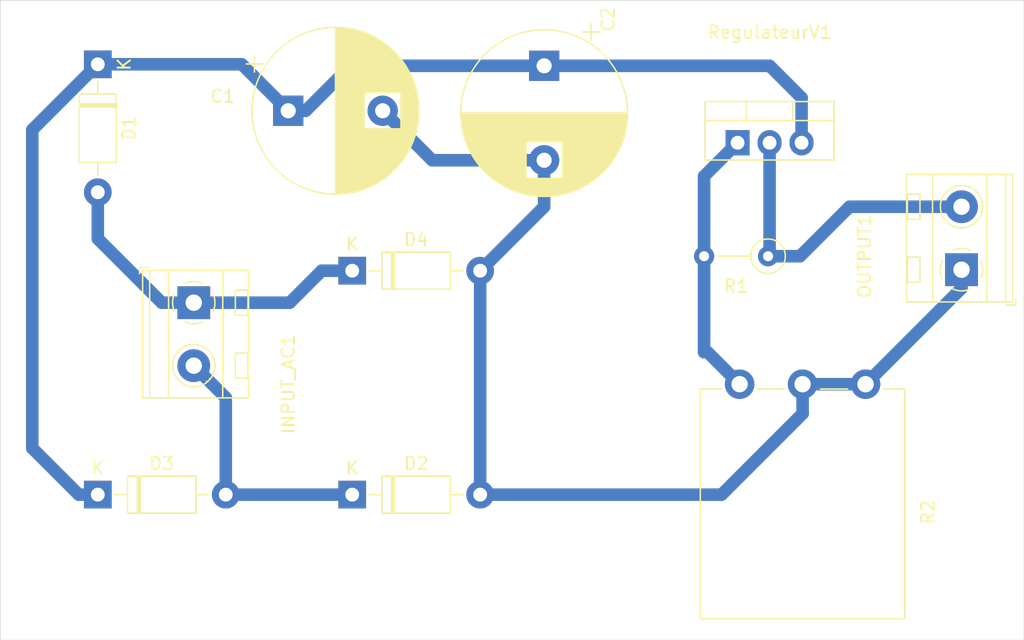
<source format=kicad_pcb>
(kicad_pcb (version 20240108) (generator "pcbnew") (generator_version "8.0")
  (layers (0 "F.Cu" signal) (31 "B.Cu" signal) (34 "B.Paste" user) (35 "F.Paste" user) (36 "B.SilkS" user "B.Silkscreen") (37 "F.SilkS" user "F.Silkscreen") (38 "B.Mask" user) (39 "F.Mask" user) (44 "Edge.Cuts" user))
  (net 0 "")
  (net 1 "Net-(D1-K)")
  (net 2 "GND")
  (net 3 "Net-(D1-A)")
  (net 4 "Net-(D2-K)")
  (net 5 "Net-(OUTPUT1-Pin_2)")
  (net 6 "Net-(RegulateurV1-ADJ)")
  (footprint "Capacitor_THT:CP_Radial_D13.0mm_P7.50mm" (layer "F.Cu") (at 38.1 24.01)
    (property "Reference" "C1" (at -5.2 -1.15 0) (layer "F.SilkS"))
    (property "Value" "1000μF")
    (pad "1" thru_hole rect (at 0 0) (size 2.4 2.4) (drill 1.2) (layers "*.Cu" "*.Mask") (net 1 "Net-(D1-K)"))
    (pad "2" thru_hole circle (at 7.5 0) (size 2.4 2.4) (drill 1.2) (layers "*.Cu" "*.Mask") (net 2 "GND"))
  )
  (footprint "Potentiometer_THT:Potentiometer_Piher_PC-16_Single_Vertical" (layer "F.Cu") (at 73.94 45.72 -90)
    (property "Reference" "R2" (at 10.16 -14.96 90) (layer "F.SilkS"))
    (property "Value" "570")
    (pad "1" thru_hole circle (at 0 0 270) (size 2.34 2.34) (drill 1.3) (layers "*.Cu" "*.Mask") (net 6 "Net-(RegulateurV1-ADJ)"))
    (pad "2" thru_hole circle (at 0 -5 270) (size 2.34 2.34) (drill 1.3) (layers "*.Cu" "*.Mask") (net 2 "GND"))
    (pad "3" thru_hole circle (at 0 -10 270) (size 2.34 2.34) (drill 1.3) (layers "*.Cu" "*.Mask") (net 2 "GND"))
  )
  (footprint "Diode_THT:D_DO-41_SOD81_P10.16mm_Horizontal" (layer "F.Cu") (at 43.18 36.71)
    (property "Reference" "D4" (at 5.08 -2.47 0) (layer "F.SilkS"))
    (property "Value" "1N4001")
    (fp_text user "K" (at 0 -2.1 0) (layer "F.SilkS"))
    (pad "1" thru_hole rect (at 0 0) (size 2.2 2.2) (drill 1.1) (layers "*.Cu" "*.Mask") (net 3 "Net-(D1-A)"))
    (pad "2" thru_hole oval (at 10.16 0) (size 2.2 2.2) (drill 1.1) (layers "*.Cu" "*.Mask") (net 2 "GND"))
  )
  (footprint "TerminalBlock_MetzConnect:TerminalBlock_MetzConnect_Type094_RT03502HBLU_1x02_P5.00mm_Horizontal" (layer "F.Cu") (at 91.56 36.63 90)
    (property "Reference" "OUTPUT1" (at 1.07 -7.7 90) (layer "F.SilkS"))
    (property "Value" "OUT_DC")
    (pad "1" thru_hole rect (at 0 0 90) (size 2.6 2.6) (drill 1.3) (layers "*.Cu" "*.Mask") (net 2 "GND"))
    (pad "2" thru_hole circle (at 5 0 90) (size 2.6 2.6) (drill 1.3) (layers "*.Cu" "*.Mask") (net 5 "Net-(OUTPUT1-Pin_2)"))
  )
  (footprint "Package_TO_SOT_THT:TO-220-3_Vertical" (layer "F.Cu") (at 73.78 26.55)
    (property "Reference" "RegulateurV1" (at 2.54 -8.77 0) (layer "F.SilkS"))
    (property "Value" "LM317_TO-220")
    (pad "1" thru_hole rect (at 0 0) (size 1.905 2) (drill 1.1) (layers "*.Cu" "*.Mask") (net 6 "Net-(RegulateurV1-ADJ)"))
    (pad "2" thru_hole oval (at 2.54 0) (size 1.905 2) (drill 1.1) (layers "*.Cu" "*.Mask") (net 5 "Net-(OUTPUT1-Pin_2)"))
    (pad "3" thru_hole oval (at 5.08 0) (size 1.905 2) (drill 1.1) (layers "*.Cu" "*.Mask") (net 1 "Net-(D1-K)"))
  )
  (footprint "Diode_THT:D_DO-41_SOD81_P10.16mm_Horizontal" (layer "F.Cu") (at 22.98 54.49)
    (property "Reference" "D3" (at 5.08 -2.47 0) (layer "F.SilkS"))
    (property "Value" "1N4001")
    (fp_text user "K" (at 0 -2.1 0) (layer "F.SilkS"))
    (pad "1" thru_hole rect (at 0 0) (size 2.2 2.2) (drill 1.1) (layers "*.Cu" "*.Mask") (net 1 "Net-(D1-K)"))
    (pad "2" thru_hole oval (at 10.16 0) (size 2.2 2.2) (drill 1.1) (layers "*.Cu" "*.Mask") (net 4 "Net-(D2-K)"))
  )
  (footprint "Capacitor_THT:CP_Radial_D13.0mm_P7.50mm" (layer "F.Cu") (at 58.42 20.44 -90)
    (property "Reference" "C2" (at -3.69 -5.08 90) (layer "F.SilkS"))
    (property "Value" "1000μF")
    (pad "1" thru_hole rect (at 0 0 270) (size 2.4 2.4) (drill 1.2) (layers "*.Cu" "*.Mask") (net 1 "Net-(D1-K)"))
    (pad "2" thru_hole circle (at 7.5 0 270) (size 2.4 2.4) (drill 1.2) (layers "*.Cu" "*.Mask") (net 2 "GND"))
  )
  (footprint "Diode_THT:D_DO-41_SOD81_P10.16mm_Horizontal" (layer "F.Cu") (at 22.98 20.32 -90)
    (property "Reference" "D1" (at 5.08 -2.47 90) (layer "F.SilkS"))
    (property "Value" "1N4001")
    (fp_text user "K" (at 0 -2.1 90) (layer "F.SilkS"))
    (pad "1" thru_hole rect (at 0 0 270) (size 2.2 2.2) (drill 1.1) (layers "*.Cu" "*.Mask") (net 1 "Net-(D1-K)"))
    (pad "2" thru_hole oval (at 10.16 0 270) (size 2.2 2.2) (drill 1.1) (layers "*.Cu" "*.Mask") (net 3 "Net-(D1-A)"))
  )
  (footprint "Diode_THT:D_DO-41_SOD81_P10.16mm_Horizontal" (layer "F.Cu") (at 43.18 54.49)
    (property "Reference" "D2" (at 5.08 -2.47 0) (layer "F.SilkS"))
    (property "Value" "1N4001")
    (fp_text user "K" (at 0 -2.1 0) (layer "F.SilkS"))
    (pad "1" thru_hole rect (at 0 0) (size 2.2 2.2) (drill 1.1) (layers "*.Cu" "*.Mask") (net 4 "Net-(D2-K)"))
    (pad "2" thru_hole oval (at 10.16 0) (size 2.2 2.2) (drill 1.1) (layers "*.Cu" "*.Mask") (net 2 "GND"))
  )
  (footprint "TerminalBlock_MetzConnect:TerminalBlock_MetzConnect_Type094_RT03502HBLU_1x02_P5.00mm_Horizontal" (layer "F.Cu") (at 30.6 39.25 -90)
    (property "Reference" "INPUT_AC1" (at 6.47 -7.5 90) (layer "F.SilkS"))
    (property "Value" "~")
    (pad "1" thru_hole rect (at 0 0 270) (size 2.6 2.6) (drill 1.3) (layers "*.Cu" "*.Mask") (net 3 "Net-(D1-A)"))
    (pad "2" thru_hole circle (at 5 0 270) (size 2.6 2.6) (drill 1.3) (layers "*.Cu" "*.Mask") (net 4 "Net-(D2-K)"))
  )
  (footprint "Resistor_THT:R_Axial_DIN0207_L6.3mm_D2.5mm_P5.08mm_Vertical" (layer "F.Cu") (at 76.2 35.56 180)
    (property "Reference" "R1" (at 2.54 -2.37 0) (layer "F.SilkS"))
    (property "Value" "220")
    (pad "1" thru_hole circle (at 0 0 180) (size 1.6 1.6) (drill 0.8) (layers "*.Cu" "*.Mask") (net 5 "Net-(OUTPUT1-Pin_2)"))
    (pad "2" thru_hole oval (at 5.08 0 180) (size 1.6 1.6) (drill 0.8) (layers "*.Cu" "*.Mask") (net 6 "Net-(RegulateurV1-ADJ)"))
  )
  (gr_rect (start 15.24 15.24) (end 96.52 66.04) (stroke (width 0.05)) (fill none) (layer "Edge.Cuts"))
  (segment (start 38.1 24.01) (end 39.49 24.01) (width 1) (layer "B.Cu") (net 1))
  (segment (start 22.98 20.32) (end 34.41 20.32) (width 1) (layer "B.Cu") (net 1))
  (segment (start 78.86 22.98) (end 78.86 26.55) (width 1) (layer "B.Cu") (net 1))
  (segment (start 58.42 20.44) (end 76.32 20.44) (width 1) (layer "B.Cu") (net 1))
  (segment (start 43.3 20.44) (end 58.42 20.44) (width 1) (layer "B.Cu") (net 1))
  (segment (start 34.41 20.32) (end 38.1 24.01) (width 1) (layer "B.Cu") (net 1))
  (segment (start 17.78 25.52) (end 22.98 20.32) (width 1) (layer "B.Cu") (net 1))
  (segment (start 21.47 54.49) (end 17.78 50.8) (width 1) (layer "B.Cu") (net 1))
  (segment (start 22.98 54.49) (end 21.47 54.49) (width 1) (layer "B.Cu") (net 1))
  (segment (start 76.32 20.44) (end 78.86 22.98) (width 1) (layer "B.Cu") (net 1))
  (segment (start 43.18 20.32) (end 43.3 20.44) (width 1) (layer "B.Cu") (net 1))
  (segment (start 39.49 24.01) (end 43.18 20.32) (width 1) (layer "B.Cu") (net 1))
  (segment (start 17.78 50.8) (end 17.78 25.52) (width 1) (layer "B.Cu") (net 1))
  (segment (start 78.94 48.06) (end 78.94 45.72) (width 1) (layer "B.Cu") (net 2))
  (segment (start 53.34 36.71) (end 58.42 31.63) (width 1) (layer "B.Cu") (net 2))
  (segment (start 58.42 31.63) (end 58.42 27.94) (width 1) (layer "B.Cu") (net 2))
  (segment (start 83.94 45.72) (end 91.56 38.1) (width 1) (layer "B.Cu") (net 2))
  (segment (start 49.53 27.94) (end 58.42 27.94) (width 1) (layer "B.Cu") (net 2))
  (segment (start 53.34 54.49) (end 72.51 54.49) (width 1) (layer "B.Cu") (net 2))
  (segment (start 45.6 24.01) (end 49.53 27.94) (width 1) (layer "B.Cu") (net 2))
  (segment (start 91.56 38.1) (end 91.56 36.63) (width 1) (layer "B.Cu") (net 2))
  (segment (start 72.51 54.49) (end 78.94 48.06) (width 1) (layer "B.Cu") (net 2))
  (segment (start 53.34 54.49) (end 53.34 36.71) (width 1) (layer "B.Cu") (net 2))
  (segment (start 83.94 45.72) (end 78.94 45.72) (width 1) (layer "B.Cu") (net 2))
  (segment (start 22.98 34.17) (end 22.98 30.48) (width 1) (layer "B.Cu") (net 3))
  (segment (start 38.22 39.25) (end 40.76 36.71) (width 1) (layer "B.Cu") (net 3))
  (segment (start 30.6 39.25) (end 28.06 39.25) (width 1) (layer "B.Cu") (net 3))
  (segment (start 40.76 36.71) (end 43.18 36.71) (width 1) (layer "B.Cu") (net 3))
  (segment (start 28.06 39.25) (end 22.98 34.17) (width 1) (layer "B.Cu") (net 3))
  (segment (start 30.6 39.25) (end 38.22 39.25) (width 1) (layer "B.Cu") (net 3))
  (segment (start 33.14 54.49) (end 33.14 46.79) (width 1) (layer "B.Cu") (net 4))
  (segment (start 33.14 46.79) (end 30.6 44.25) (width 1) (layer "B.Cu") (net 4))
  (segment (start 33.14 54.49) (end 43.18 54.49) (width 1) (layer "B.Cu") (net 4))
  (segment (start 76.32 35.44) (end 76.2 35.56) (width 0.8) (layer "F.Cu") (net 5))
  (segment (start 76.32 26.55) (end 76.32 35.44) (width 1) (layer "B.Cu") (net 5))
  (segment (start 82.67 31.63) (end 78.74 35.56) (width 1) (layer "B.Cu") (net 5))
  (segment (start 78.74 35.56) (end 76.2 35.56) (width 1) (layer "B.Cu") (net 5))
  (segment (start 76.32 35.44) (end 76.2 35.56) (width 1) (layer "B.Cu") (net 5))
  (segment (start 91.56 31.63) (end 82.67 31.63) (width 1) (layer "B.Cu") (net 5))
  (segment (start 71.12 35.56) (end 71.12 29.21) (width 1) (layer "B.Cu") (net 6))
  (segment (start 71.12 43.18) (end 71.12 35.56) (width 1) (layer "B.Cu") (net 6))
  (segment (start 71.12 29.21) (end 73.78 26.55) (width 1) (layer "B.Cu") (net 6))
  (segment (start 71.4 43.18) (end 71.12 43.18) (width 1) (layer "B.Cu") (net 6))
  (segment (start 73.94 45.72) (end 71.4 43.18) (width 1) (layer "B.Cu") (net 6))
)
</source>
